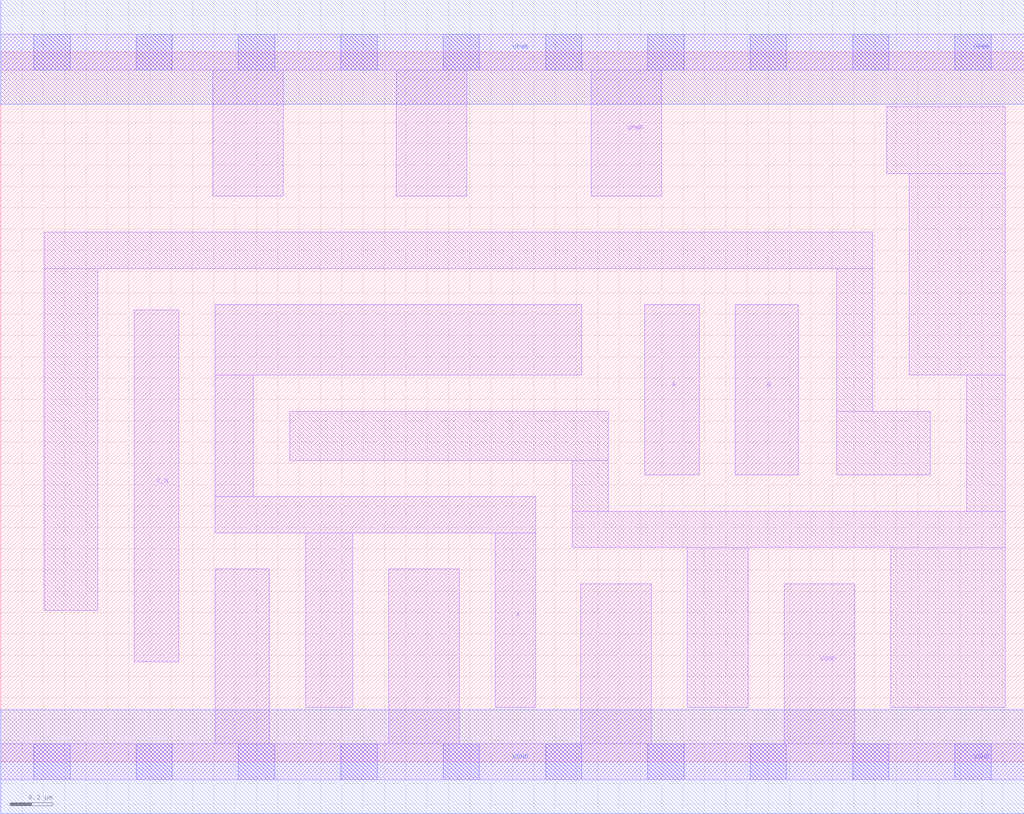
<source format=lef>
# Copyright 2020 The SkyWater PDK Authors
#
# Licensed under the Apache License, Version 2.0 (the "License");
# you may not use this file except in compliance with the License.
# You may obtain a copy of the License at
#
#     https://www.apache.org/licenses/LICENSE-2.0
#
# Unless required by applicable law or agreed to in writing, software
# distributed under the License is distributed on an "AS IS" BASIS,
# WITHOUT WARRANTIES OR CONDITIONS OF ANY KIND, either express or implied.
# See the License for the specific language governing permissions and
# limitations under the License.
#
# SPDX-License-Identifier: Apache-2.0

VERSION 5.7 ;
  NAMESCASESENSITIVE ON ;
  NOWIREEXTENSIONATPIN ON ;
  DIVIDERCHAR "/" ;
  BUSBITCHARS "[]" ;
UNITS
  DATABASE MICRONS 200 ;
END UNITS
MACRO sky130_fd_sc_lp__or3b_4
  CLASS CORE ;
  SOURCE USER ;
  FOREIGN sky130_fd_sc_lp__or3b_4 ;
  ORIGIN  0.000000  0.000000 ;
  SIZE  4.800000 BY  3.330000 ;
  SYMMETRY X Y R90 ;
  SITE unit ;
  PIN A
    ANTENNAGATEAREA  0.315000 ;
    DIRECTION INPUT ;
    USE SIGNAL ;
    PORT
      LAYER li1 ;
        RECT 3.020000 1.345000 3.275000 2.145000 ;
    END
  END A
  PIN B
    ANTENNAGATEAREA  0.315000 ;
    DIRECTION INPUT ;
    USE SIGNAL ;
    PORT
      LAYER li1 ;
        RECT 3.445000 1.345000 3.740000 2.145000 ;
    END
  END B
  PIN C_N
    ANTENNAGATEAREA  0.126000 ;
    DIRECTION INPUT ;
    USE SIGNAL ;
    PORT
      LAYER li1 ;
        RECT 0.625000 0.470000 0.835000 2.120000 ;
    END
  END C_N
  PIN X
    ANTENNADIFFAREA  1.176000 ;
    DIRECTION OUTPUT ;
    USE SIGNAL ;
    PORT
      LAYER li1 ;
        RECT 1.005000 1.075000 2.510000 1.245000 ;
        RECT 1.005000 1.245000 1.185000 1.815000 ;
        RECT 1.005000 1.815000 2.725000 2.145000 ;
        RECT 1.430000 0.255000 1.650000 1.075000 ;
        RECT 2.320000 0.255000 2.510000 1.075000 ;
    END
  END X
  PIN VGND
    DIRECTION INOUT ;
    USE GROUND ;
    PORT
      LAYER li1 ;
        RECT 0.000000 -0.085000 4.800000 0.085000 ;
        RECT 1.005000  0.085000 1.260000 0.905000 ;
        RECT 1.820000  0.085000 2.150000 0.905000 ;
        RECT 2.720000  0.085000 3.050000 0.835000 ;
        RECT 3.675000  0.085000 4.005000 0.835000 ;
      LAYER mcon ;
        RECT 0.155000 -0.085000 0.325000 0.085000 ;
        RECT 0.635000 -0.085000 0.805000 0.085000 ;
        RECT 1.115000 -0.085000 1.285000 0.085000 ;
        RECT 1.595000 -0.085000 1.765000 0.085000 ;
        RECT 2.075000 -0.085000 2.245000 0.085000 ;
        RECT 2.555000 -0.085000 2.725000 0.085000 ;
        RECT 3.035000 -0.085000 3.205000 0.085000 ;
        RECT 3.515000 -0.085000 3.685000 0.085000 ;
        RECT 3.995000 -0.085000 4.165000 0.085000 ;
        RECT 4.475000 -0.085000 4.645000 0.085000 ;
      LAYER met1 ;
        RECT 0.000000 -0.245000 4.800000 0.245000 ;
    END
  END VGND
  PIN VPWR
    DIRECTION INOUT ;
    USE POWER ;
    PORT
      LAYER li1 ;
        RECT 0.000000 3.245000 4.800000 3.415000 ;
        RECT 0.995000 2.655000 1.325000 3.245000 ;
        RECT 1.855000 2.655000 2.185000 3.245000 ;
        RECT 2.770000 2.655000 3.100000 3.245000 ;
      LAYER mcon ;
        RECT 0.155000 3.245000 0.325000 3.415000 ;
        RECT 0.635000 3.245000 0.805000 3.415000 ;
        RECT 1.115000 3.245000 1.285000 3.415000 ;
        RECT 1.595000 3.245000 1.765000 3.415000 ;
        RECT 2.075000 3.245000 2.245000 3.415000 ;
        RECT 2.555000 3.245000 2.725000 3.415000 ;
        RECT 3.035000 3.245000 3.205000 3.415000 ;
        RECT 3.515000 3.245000 3.685000 3.415000 ;
        RECT 3.995000 3.245000 4.165000 3.415000 ;
        RECT 4.475000 3.245000 4.645000 3.415000 ;
      LAYER met1 ;
        RECT 0.000000 3.085000 4.800000 3.575000 ;
    END
  END VPWR
  OBS
    LAYER li1 ;
      RECT 0.205000 0.710000 0.455000 2.315000 ;
      RECT 0.205000 2.315000 4.090000 2.485000 ;
      RECT 1.355000 1.415000 2.850000 1.645000 ;
      RECT 2.680000 1.005000 4.710000 1.175000 ;
      RECT 2.680000 1.175000 2.850000 1.415000 ;
      RECT 3.220000 0.255000 3.505000 1.005000 ;
      RECT 3.920000 1.345000 4.360000 1.645000 ;
      RECT 3.920000 1.645000 4.090000 2.315000 ;
      RECT 4.155000 2.760000 4.710000 3.075000 ;
      RECT 4.175000 0.255000 4.710000 1.005000 ;
      RECT 4.260000 1.815000 4.710000 2.760000 ;
      RECT 4.530000 1.175000 4.710000 1.815000 ;
  END
END sky130_fd_sc_lp__or3b_4

</source>
